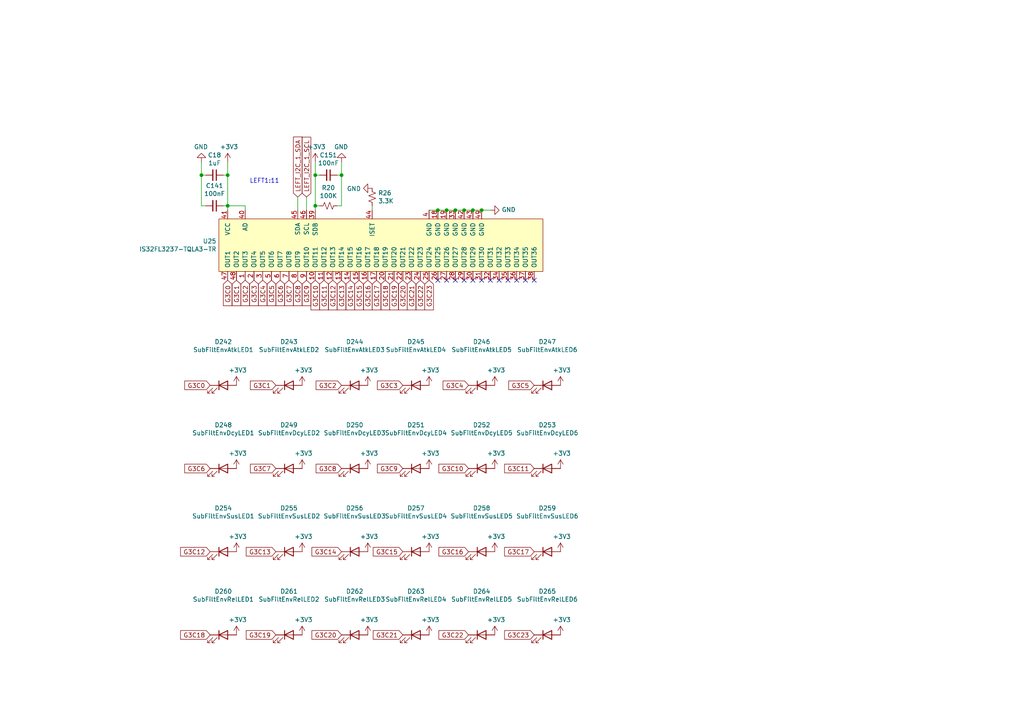
<source format=kicad_sch>
(kicad_sch (version 20210621) (generator eeschema)
  (paper "A4")
  (lib_symbols
    (symbol "Device:C_Small" (pin_numbers hide) (pin_names (offset 0.254) hide)
      (property "Reference" "C" (at 0.254 1.778 0))
      (property "Value" "C_Small" (at 0.254 -2.032 0))
      (symbol "C_Small_0_1"
        (polyline (pts (xy -1.524 -0.508) (xy 1.524 -0.508)) (stroke (width 0.3302)))
        (polyline (pts (xy -1.524 0.508) (xy 1.524 0.508)) (stroke (width 0.3048)))
      )
      (symbol "C_Small_1_1"
        (pin passive line (at 0 2.54 270) (length 2.032) (name "~") (number "1"))
        (pin passive line (at 0 -2.54 90) (length 2.032) (name "~") (number "2"))
      )
    )
    (symbol "Device:LED" (pin_numbers hide) (pin_names (offset 1.016) hide)
      (property "Reference" "D" (at 0 2.54 0))
      (property "Value" "LED" (at 0 -2.54 0))
      (symbol "LED_0_1"
        (polyline (pts (xy -1.27 -1.27) (xy -1.27 1.27)) (stroke (width 0.254)))
        (polyline (pts (xy -1.27 0) (xy 1.27 0)))
        (polyline (pts (xy 1.27 -1.27) (xy 1.27 1.27) (xy -1.27 0) (xy 1.27 -1.27)) (stroke (width 0.254)))
        (polyline (pts (xy -3.048 -0.762) (xy -4.572 -2.286) (xy -3.81 -2.286) (xy -4.572 -2.286) (xy -4.572 -1.524)))
        (polyline (pts (xy -1.778 -0.762) (xy -3.302 -2.286) (xy -2.54 -2.286) (xy -3.302 -2.286) (xy -3.302 -1.524)))
      )
      (symbol "LED_1_1"
        (pin passive line (at -3.81 0 0) (length 2.54) (name "K") (number "1"))
        (pin passive line (at 3.81 0 180) (length 2.54) (name "A") (number "2"))
      )
    )
    (symbol "Device:R_Small_US" (pin_numbers hide) (pin_names (offset 0.254) hide)
      (property "Reference" "R" (at 0.762 0.508 0))
      (property "Value" "R_Small_US" (at 0.762 -1.016 0))
      (symbol "R_Small_US_1_1"
        (polyline (pts (xy 0 0) (xy 1.016 -0.381) (xy 0 -0.762) (xy -1.016 -1.143) (xy 0 -1.524)))
        (polyline (pts (xy 0 1.524) (xy 1.016 1.143) (xy 0 0.762) (xy -1.016 0.381) (xy 0 0)))
        (pin passive line (at 0 2.54 270) (length 1.016) (name "~") (number "1"))
        (pin passive line (at 0 -2.54 90) (length 1.016) (name "~") (number "2"))
      )
    )
    (symbol "IS32FL3237:IS32FL3237-TQLA3-TR" (pin_names (offset 1.016))
      (property "Reference" "U" (at 0 0 0))
      (property "Value" "IS32FL3237-TQLA3-TR" (at 0 0 0))
      (symbol "IS32FL3237-TQLA3-TR_0_1"
        (rectangle (start -7.62 -2.54) (end 7.62 -96.52) (fill (type background)))
      )
      (symbol "IS32FL3237-TQLA3-TR_1_1"
        (pin output line (at 10.16 -10.16 180) (length 2.54) (name "OUT3") (number "1"))
        (pin output line (at 10.16 -30.48 180) (length 2.54) (name "OUT11") (number "10"))
        (pin output line (at 10.16 -33.02 180) (length 2.54) (name "OUT12") (number "11"))
        (pin output line (at 10.16 -35.56 180) (length 2.54) (name "OUT13") (number "12"))
        (pin output line (at 10.16 -38.1 180) (length 2.54) (name "OUT14") (number "13"))
        (pin output line (at 10.16 -40.64 180) (length 2.54) (name "OUT15") (number "14"))
        (pin output line (at 10.16 -43.18 180) (length 2.54) (name "OUT16") (number "15"))
        (pin output line (at 10.16 -45.72 180) (length 2.54) (name "OUT17") (number "16"))
        (pin output line (at 10.16 -48.26 180) (length 2.54) (name "OUT18") (number "17"))
        (pin power_in line (at -10.16 -66.04 0) (length 2.54) (name "GND") (number "18"))
        (pin power_in line (at -10.16 -68.58 0) (length 2.54) (name "GND") (number "19"))
        (pin output line (at 10.16 -12.7 180) (length 2.54) (name "OUT4") (number "2"))
        (pin output line (at 10.16 -50.8 180) (length 2.54) (name "OUT19") (number "20"))
        (pin output line (at 10.16 -53.34 180) (length 2.54) (name "OUT20") (number "21"))
        (pin output line (at 10.16 -55.88 180) (length 2.54) (name "OUT21") (number "22"))
        (pin output line (at 10.16 -58.42 180) (length 2.54) (name "OUT22") (number "23"))
        (pin output line (at 10.16 -60.96 180) (length 2.54) (name "OUT23") (number "24"))
        (pin output line (at 10.16 -63.5 180) (length 2.54) (name "OUT24") (number "25"))
        (pin output line (at 10.16 -66.04 180) (length 2.54) (name "OUT25") (number "26"))
        (pin output line (at 10.16 -68.58 180) (length 2.54) (name "OUT26") (number "27"))
        (pin output line (at 10.16 -71.12 180) (length 2.54) (name "OUT27") (number "28"))
        (pin output line (at 10.16 -73.66 180) (length 2.54) (name "OUT28") (number "29"))
        (pin output line (at 10.16 -15.24 180) (length 2.54) (name "OUT5") (number "3"))
        (pin output line (at 10.16 -76.2 180) (length 2.54) (name "OUT29") (number "30"))
        (pin output line (at 10.16 -78.74 180) (length 2.54) (name "OUT30") (number "31"))
        (pin output line (at 10.16 -81.28 180) (length 2.54) (name "OUT31") (number "32"))
        (pin power_in line (at -10.16 -71.12 0) (length 2.54) (name "GND") (number "33"))
        (pin output line (at 10.16 -83.82 180) (length 2.54) (name "OUT32") (number "34"))
        (pin output line (at 10.16 -86.36 180) (length 2.54) (name "OUT33") (number "35"))
        (pin output line (at 10.16 -88.9 180) (length 2.54) (name "OUT34") (number "36"))
        (pin output line (at 10.16 -91.44 180) (length 2.54) (name "OUT35") (number "37"))
        (pin output line (at 10.16 -93.98 180) (length 2.54) (name "OUT36") (number "38"))
        (pin input line (at -10.16 -30.48 0) (length 2.54) (name "SDB") (number "39"))
        (pin power_in line (at -10.16 -63.5 0) (length 2.54) (name "GND") (number "4"))
        (pin input line (at -10.16 -10.16 0) (length 2.54) (name "AD") (number "40"))
        (pin power_in line (at -10.16 -5.08 0) (length 2.54) (name "VCC") (number "41"))
        (pin power_in line (at -10.16 -73.66 0) (length 2.54) (name "GND") (number "42"))
        (pin power_in line (at -10.16 -76.2 0) (length 2.54) (name "GND") (number "43"))
        (pin input line (at -10.16 -46.99 0) (length 2.54) (name "ISET") (number "44"))
        (pin input line (at -10.16 -25.4 0) (length 2.54) (name "SDA") (number "45"))
        (pin input line (at -10.16 -27.94 0) (length 2.54) (name "SCL") (number "46"))
        (pin output line (at 10.16 -5.08 180) (length 2.54) (name "OUT1") (number "47"))
        (pin output line (at 10.16 -7.62 180) (length 2.54) (name "OUT2") (number "48"))
        (pin power_in line (at -10.16 -78.74 0) (length 2.54) (name "GND") (number "49"))
        (pin output line (at 10.16 -17.78 180) (length 2.54) (name "OUT6") (number "5"))
        (pin output line (at 10.16 -20.32 180) (length 2.54) (name "OUT7") (number "6"))
        (pin output line (at 10.16 -22.86 180) (length 2.54) (name "OUT8") (number "7"))
        (pin output line (at 10.16 -25.4 180) (length 2.54) (name "OUT9") (number "8"))
        (pin output line (at 10.16 -27.94 180) (length 2.54) (name "OUT10") (number "9"))
      )
    )
    (symbol "power:+3.3V" (power) (pin_names (offset 0))
      (property "Value" "+3.3V" (at 0 3.556 0))
      (symbol "+3.3V_0_1"
        (polyline (pts (xy -0.762 1.27) (xy 0 2.54)))
        (polyline (pts (xy 0 0) (xy 0 2.54)))
        (polyline (pts (xy 0 2.54) (xy 0.762 1.27)))
      )
      (symbol "+3.3V_1_1"
        (pin power_in line (at 0 0 90) (length 0) hide (name "+3V3") (number "1"))
      )
    )
    (symbol "power:GND" (power) (pin_names (offset 0))
      (property "Value" "GND" (at 0 -3.81 0))
      (symbol "GND_0_1"
        (polyline (pts (xy 0 0) (xy 0 -1.27) (xy 1.27 -1.27) (xy 0 -2.54) (xy -1.27 -1.27) (xy 0 -1.27)))
      )
      (symbol "GND_1_1"
        (pin power_in line (at 0 0 270) (length 0) hide (name "GND") (number "1"))
      )
    )
  )
  (junction (at 58.42 50.8))
  (junction (at 66.04 50.8))
  (junction (at 66.04 59.69))
  (junction (at 91.44 50.8))
  (junction (at 91.44 59.69))
  (junction (at 99.06 50.8))
  (junction (at 127 60.96))
  (junction (at 129.54 60.96))
  (junction (at 132.08 60.96))
  (junction (at 134.62 60.96))
  (junction (at 137.16 60.96))
  (junction (at 139.7 60.96))
  (no_connect (at 127 81.28))
  (no_connect (at 129.54 81.28))
  (no_connect (at 132.08 81.28))
  (no_connect (at 134.62 81.28))
  (no_connect (at 137.16 81.28))
  (no_connect (at 139.7 81.28))
  (no_connect (at 142.24 81.28))
  (no_connect (at 144.78 81.28))
  (no_connect (at 147.32 81.28))
  (no_connect (at 149.86 81.28))
  (no_connect (at 152.4 81.28))
  (no_connect (at 154.94 81.28))
  (wire (pts (xy 58.42 46.99) (xy 58.42 50.8)))
  (wire (pts (xy 58.42 50.8) (xy 58.42 59.69)))
  (wire (pts (xy 58.42 59.69) (xy 59.69 59.69)))
  (wire (pts (xy 59.69 50.8) (xy 58.42 50.8)))
  (wire (pts (xy 64.77 50.8) (xy 66.04 50.8)))
  (wire (pts (xy 64.77 59.69) (xy 66.04 59.69)))
  (wire (pts (xy 66.04 46.99) (xy 66.04 50.8)))
  (wire (pts (xy 66.04 50.8) (xy 66.04 59.69)))
  (wire (pts (xy 66.04 59.69) (xy 66.04 60.96)))
  (wire (pts (xy 71.12 59.69) (xy 66.04 59.69)))
  (wire (pts (xy 71.12 60.96) (xy 71.12 59.69)))
  (wire (pts (xy 86.36 57.15) (xy 86.36 60.96)))
  (wire (pts (xy 88.9 57.15) (xy 88.9 60.96)))
  (wire (pts (xy 91.44 46.99) (xy 91.44 50.8)))
  (wire (pts (xy 91.44 50.8) (xy 91.44 59.69)))
  (wire (pts (xy 91.44 59.69) (xy 91.44 60.96)))
  (wire (pts (xy 92.71 50.8) (xy 91.44 50.8)))
  (wire (pts (xy 92.71 59.69) (xy 91.44 59.69)))
  (wire (pts (xy 97.79 50.8) (xy 99.06 50.8)))
  (wire (pts (xy 99.06 46.99) (xy 99.06 50.8)))
  (wire (pts (xy 99.06 50.8) (xy 99.06 59.69)))
  (wire (pts (xy 99.06 59.69) (xy 97.79 59.69)))
  (wire (pts (xy 107.95 59.69) (xy 107.95 60.96)))
  (wire (pts (xy 127 60.96) (xy 124.46 60.96)))
  (wire (pts (xy 129.54 60.96) (xy 127 60.96)))
  (wire (pts (xy 132.08 60.96) (xy 129.54 60.96)))
  (wire (pts (xy 134.62 60.96) (xy 132.08 60.96)))
  (wire (pts (xy 137.16 60.96) (xy 134.62 60.96)))
  (wire (pts (xy 139.7 60.96) (xy 137.16 60.96)))
  (wire (pts (xy 142.24 60.96) (xy 139.7 60.96)))
  (text "LEFT1:11" (at 72.39 53.34 0) (effects (font (size 1.27 1.27)) (justify left bottom)))
  (global_label "G3C0" (shape input) (at 60.96 111.76 180) (property "Intersheet References" "${INTERSHEET_REFS}" (effects hide)))
  (global_label "G3C6" (shape input) (at 60.96 135.89 180) (property "Intersheet References" "${INTERSHEET_REFS}" (effects hide)))
  (global_label "G3C12" (shape input) (at 60.96 160.02 180) (property "Intersheet References" "${INTERSHEET_REFS}" (effects hide)))
  (global_label "G3C18" (shape input) (at 60.96 184.15 180) (property "Intersheet References" "${INTERSHEET_REFS}" (effects hide)))
  (global_label "G3C0" (shape input) (at 66.04 81.28 270) (property "Intersheet References" "${INTERSHEET_REFS}" (effects hide)))
  (global_label "G3C1" (shape input) (at 68.58 81.28 270) (property "Intersheet References" "${INTERSHEET_REFS}" (effects hide)))
  (global_label "G3C2" (shape input) (at 71.12 81.28 270) (property "Intersheet References" "${INTERSHEET_REFS}" (effects hide)))
  (global_label "G3C3" (shape input) (at 73.66 81.28 270) (property "Intersheet References" "${INTERSHEET_REFS}" (effects hide)))
  (global_label "G3C4" (shape input) (at 76.2 81.28 270) (property "Intersheet References" "${INTERSHEET_REFS}" (effects hide)))
  (global_label "G3C5" (shape input) (at 78.74 81.28 270) (property "Intersheet References" "${INTERSHEET_REFS}" (effects hide)))
  (global_label "G3C1" (shape input) (at 80.01 111.76 180) (property "Intersheet References" "${INTERSHEET_REFS}" (effects hide)))
  (global_label "G3C7" (shape input) (at 80.01 135.89 180) (property "Intersheet References" "${INTERSHEET_REFS}" (effects hide)))
  (global_label "G3C13" (shape input) (at 80.01 160.02 180) (property "Intersheet References" "${INTERSHEET_REFS}" (effects hide)))
  (global_label "G3C19" (shape input) (at 80.01 184.15 180) (property "Intersheet References" "${INTERSHEET_REFS}" (effects hide)))
  (global_label "G3C6" (shape input) (at 81.28 81.28 270) (property "Intersheet References" "${INTERSHEET_REFS}" (effects hide)))
  (global_label "G3C7" (shape input) (at 83.82 81.28 270) (property "Intersheet References" "${INTERSHEET_REFS}" (effects hide)))
  (global_label "LEFT_I2C_1_SDA" (shape input) (at 86.36 57.15 90) (property "Intersheet References" "${INTERSHEET_REFS}" (effects hide)))
  (global_label "G3C8" (shape input) (at 86.36 81.28 270) (property "Intersheet References" "${INTERSHEET_REFS}" (effects hide)))
  (global_label "LEFT_I2C_1_SCL" (shape input) (at 88.9 57.15 90) (property "Intersheet References" "${INTERSHEET_REFS}" (effects hide)))
  (global_label "G3C9" (shape input) (at 88.9 81.28 270) (property "Intersheet References" "${INTERSHEET_REFS}" (effects hide)))
  (global_label "G3C10" (shape input) (at 91.44 81.28 270) (property "Intersheet References" "${INTERSHEET_REFS}" (effects hide)))
  (global_label "G3C11" (shape input) (at 93.98 81.28 270) (property "Intersheet References" "${INTERSHEET_REFS}" (effects hide)))
  (global_label "G3C12" (shape input) (at 96.52 81.28 270) (property "Intersheet References" "${INTERSHEET_REFS}" (effects hide)))
  (global_label "G3C13" (shape input) (at 99.06 81.28 270) (property "Intersheet References" "${INTERSHEET_REFS}" (effects hide)))
  (global_label "G3C2" (shape input) (at 99.06 111.76 180) (property "Intersheet References" "${INTERSHEET_REFS}" (effects hide)))
  (global_label "G3C8" (shape input) (at 99.06 135.89 180) (property "Intersheet References" "${INTERSHEET_REFS}" (effects hide)))
  (global_label "G3C14" (shape input) (at 99.06 160.02 180) (property "Intersheet References" "${INTERSHEET_REFS}" (effects hide)))
  (global_label "G3C20" (shape input) (at 99.06 184.15 180) (property "Intersheet References" "${INTERSHEET_REFS}" (effects hide)))
  (global_label "G3C14" (shape input) (at 101.6 81.28 270) (property "Intersheet References" "${INTERSHEET_REFS}" (effects hide)))
  (global_label "G3C15" (shape input) (at 104.14 81.28 270) (property "Intersheet References" "${INTERSHEET_REFS}" (effects hide)))
  (global_label "G3C16" (shape input) (at 106.68 81.28 270) (property "Intersheet References" "${INTERSHEET_REFS}" (effects hide)))
  (global_label "G3C17" (shape input) (at 109.22 81.28 270) (property "Intersheet References" "${INTERSHEET_REFS}" (effects hide)))
  (global_label "G3C18" (shape input) (at 111.76 81.28 270) (property "Intersheet References" "${INTERSHEET_REFS}" (effects hide)))
  (global_label "G3C19" (shape input) (at 114.3 81.28 270) (property "Intersheet References" "${INTERSHEET_REFS}" (effects hide)))
  (global_label "G3C20" (shape input) (at 116.84 81.28 270) (property "Intersheet References" "${INTERSHEET_REFS}" (effects hide)))
  (global_label "G3C3" (shape input) (at 116.84 111.76 180) (property "Intersheet References" "${INTERSHEET_REFS}" (effects hide)))
  (global_label "G3C9" (shape input) (at 116.84 135.89 180) (property "Intersheet References" "${INTERSHEET_REFS}" (effects hide)))
  (global_label "G3C15" (shape input) (at 116.84 160.02 180) (property "Intersheet References" "${INTERSHEET_REFS}" (effects hide)))
  (global_label "G3C21" (shape input) (at 116.84 184.15 180) (property "Intersheet References" "${INTERSHEET_REFS}" (effects hide)))
  (global_label "G3C21" (shape input) (at 119.38 81.28 270) (property "Intersheet References" "${INTERSHEET_REFS}" (effects hide)))
  (global_label "G3C22" (shape input) (at 121.92 81.28 270) (property "Intersheet References" "${INTERSHEET_REFS}" (effects hide)))
  (global_label "G3C23" (shape input) (at 124.46 81.28 270) (property "Intersheet References" "${INTERSHEET_REFS}" (effects hide)))
  (global_label "G3C4" (shape input) (at 135.89 111.76 180) (property "Intersheet References" "${INTERSHEET_REFS}" (effects hide)))
  (global_label "G3C10" (shape input) (at 135.89 135.89 180) (property "Intersheet References" "${INTERSHEET_REFS}" (effects hide)))
  (global_label "G3C16" (shape input) (at 135.89 160.02 180) (property "Intersheet References" "${INTERSHEET_REFS}" (effects hide)))
  (global_label "G3C22" (shape input) (at 135.89 184.15 180) (property "Intersheet References" "${INTERSHEET_REFS}" (effects hide)))
  (global_label "G3C5" (shape input) (at 154.94 111.76 180) (property "Intersheet References" "${INTERSHEET_REFS}" (effects hide)))
  (global_label "G3C11" (shape input) (at 154.94 135.89 180) (property "Intersheet References" "${INTERSHEET_REFS}" (effects hide)))
  (global_label "G3C17" (shape input) (at 154.94 160.02 180) (property "Intersheet References" "${INTERSHEET_REFS}" (effects hide)))
  (global_label "G3C23" (shape input) (at 154.94 184.15 180) (property "Intersheet References" "${INTERSHEET_REFS}" (effects hide)))
  (symbol (lib_id "power:+3.3V") (at 66.04 46.99 0) (unit 1)
    (property "Reference" "#PWR065" (effects hide))
    (property "Value" "+3.3V" (at 66.421 42.5958 0))
  )
  (symbol (lib_id "power:+3.3V") (at 68.58 111.76 0) (unit 1)
    (property "Reference" "#PWR0829" (effects hide))
    (property "Value" "+3.3V" (at 68.961 107.3658 0))
  )
  (symbol (lib_id "power:+3.3V") (at 68.58 135.89 0) (unit 1)
    (property "Reference" "#PWR0835" (effects hide))
    (property "Value" "+3.3V" (at 68.961 131.4958 0))
  )
  (symbol (lib_id "power:+3.3V") (at 68.58 160.02 0) (unit 1)
    (property "Reference" "#PWR0841" (effects hide))
    (property "Value" "+3.3V" (at 68.961 155.6258 0))
  )
  (symbol (lib_id "power:+3.3V") (at 68.58 184.15 0) (unit 1)
    (property "Reference" "#PWR0847" (effects hide))
    (property "Value" "+3.3V" (at 68.961 179.7558 0))
  )
  (symbol (lib_id "power:+3.3V") (at 87.63 111.76 0) (unit 1)
    (property "Reference" "#PWR0830" (effects hide))
    (property "Value" "+3.3V" (at 88.011 107.3658 0))
  )
  (symbol (lib_id "power:+3.3V") (at 87.63 135.89 0) (unit 1)
    (property "Reference" "#PWR0836" (effects hide))
    (property "Value" "+3.3V" (at 88.011 131.4958 0))
  )
  (symbol (lib_id "power:+3.3V") (at 87.63 160.02 0) (unit 1)
    (property "Reference" "#PWR0842" (effects hide))
    (property "Value" "+3.3V" (at 88.011 155.6258 0))
  )
  (symbol (lib_id "power:+3.3V") (at 87.63 184.15 0) (unit 1)
    (property "Reference" "#PWR0848" (effects hide))
    (property "Value" "+3.3V" (at 88.011 179.7558 0))
  )
  (symbol (lib_id "power:+3.3V") (at 91.44 46.99 0) (unit 1)
    (property "Reference" "#PWR079" (effects hide))
    (property "Value" "+3.3V" (at 91.821 42.5958 0))
  )
  (symbol (lib_id "power:+3.3V") (at 106.68 111.76 0) (unit 1)
    (property "Reference" "#PWR0831" (effects hide))
    (property "Value" "+3.3V" (at 107.061 107.3658 0))
  )
  (symbol (lib_id "power:+3.3V") (at 106.68 135.89 0) (unit 1)
    (property "Reference" "#PWR0837" (effects hide))
    (property "Value" "+3.3V" (at 107.061 131.4958 0))
  )
  (symbol (lib_id "power:+3.3V") (at 106.68 160.02 0) (unit 1)
    (property "Reference" "#PWR0843" (effects hide))
    (property "Value" "+3.3V" (at 107.061 155.6258 0))
  )
  (symbol (lib_id "power:+3.3V") (at 106.68 184.15 0) (unit 1)
    (property "Reference" "#PWR0849" (effects hide))
    (property "Value" "+3.3V" (at 107.061 179.7558 0))
  )
  (symbol (lib_id "power:+3.3V") (at 124.46 111.76 0) (unit 1)
    (property "Reference" "#PWR0832" (effects hide))
    (property "Value" "+3.3V" (at 124.841 107.3658 0))
  )
  (symbol (lib_id "power:+3.3V") (at 124.46 135.89 0) (unit 1)
    (property "Reference" "#PWR0838" (effects hide))
    (property "Value" "+3.3V" (at 124.841 131.4958 0))
  )
  (symbol (lib_id "power:+3.3V") (at 124.46 160.02 0) (unit 1)
    (property "Reference" "#PWR0844" (effects hide))
    (property "Value" "+3.3V" (at 124.841 155.6258 0))
  )
  (symbol (lib_id "power:+3.3V") (at 124.46 184.15 0) (unit 1)
    (property "Reference" "#PWR0850" (effects hide))
    (property "Value" "+3.3V" (at 124.841 179.7558 0))
  )
  (symbol (lib_id "power:+3.3V") (at 143.51 111.76 0) (unit 1)
    (property "Reference" "#PWR0833" (effects hide))
    (property "Value" "+3.3V" (at 143.891 107.3658 0))
  )
  (symbol (lib_id "power:+3.3V") (at 143.51 135.89 0) (unit 1)
    (property "Reference" "#PWR0839" (effects hide))
    (property "Value" "+3.3V" (at 143.891 131.4958 0))
  )
  (symbol (lib_id "power:+3.3V") (at 143.51 160.02 0) (unit 1)
    (property "Reference" "#PWR0845" (effects hide))
    (property "Value" "+3.3V" (at 143.891 155.6258 0))
  )
  (symbol (lib_id "power:+3.3V") (at 143.51 184.15 0) (unit 1)
    (property "Reference" "#PWR0851" (effects hide))
    (property "Value" "+3.3V" (at 143.891 179.7558 0))
  )
  (symbol (lib_id "power:+3.3V") (at 162.56 111.76 0) (unit 1)
    (property "Reference" "#PWR0834" (effects hide))
    (property "Value" "+3.3V" (at 162.941 107.3658 0))
  )
  (symbol (lib_id "power:+3.3V") (at 162.56 135.89 0) (unit 1)
    (property "Reference" "#PWR0840" (effects hide))
    (property "Value" "+3.3V" (at 162.941 131.4958 0))
  )
  (symbol (lib_id "power:+3.3V") (at 162.56 160.02 0) (unit 1)
    (property "Reference" "#PWR0846" (effects hide))
    (property "Value" "+3.3V" (at 162.941 155.6258 0))
  )
  (symbol (lib_id "power:+3.3V") (at 162.56 184.15 0) (unit 1)
    (property "Reference" "#PWR0852" (effects hide))
    (property "Value" "+3.3V" (at 162.941 179.7558 0))
  )
  (symbol (lib_id "power:GND") (at 58.42 46.99 180) (unit 1)
    (property "Reference" "#PWR047" (effects hide))
    (property "Value" "GND" (at 58.293 42.5958 0))
  )
  (symbol (lib_id "power:GND") (at 99.06 46.99 180) (unit 1)
    (property "Reference" "#PWR085" (effects hide))
    (property "Value" "GND" (at 98.933 42.5958 0))
  )
  (symbol (lib_id "power:GND") (at 107.95 54.61 270) (unit 1)
    (property "Reference" "#PWR0100" (effects hide))
    (property "Value" "GND" (at 104.6988 54.737 90) (effects (justify right)))
  )
  (symbol (lib_id "power:GND") (at 142.24 60.96 90) (unit 1)
    (property "Reference" "#PWR0393" (effects hide))
    (property "Value" "GND" (at 145.4912 60.833 90) (effects (justify right)))
  )
  (symbol (lib_id "Device:R_Small_US") (at 95.25 59.69 270) (unit 1)
    (property "Reference" "R20" (at 95.25 54.483 90))
    (property "Value" "100K" (at 95.25 56.7944 90))
    (property "Footprint" "Resistor_SMD:R_0402_1005Metric" (effects hide))
    (property "LCSC" " C25741" (effects hide))
  )
  (symbol (lib_id "Device:R_Small_US") (at 107.95 57.15 0) (unit 1)
    (property "Reference" "R26" (at 109.6772 55.9816 0) (effects (justify left)))
    (property "Value" "3.3K" (at 109.6772 58.293 0) (effects (justify left)))
    (property "Footprint" "Resistor_SMD:R_0402_1005Metric" (effects hide))
    (property "LCSC" "C25890" (effects hide))
  )
  (symbol (lib_id "Device:C_Small") (at 62.23 50.8 270) (unit 1)
    (property "Reference" "C18" (at 62.23 44.9834 90))
    (property "Value" "1uF" (at 62.23 47.2948 90))
    (property "Footprint" "Capacitor_SMD:C_0402_1005Metric" (effects hide))
    (property "LCSC" "C52923" (effects hide))
  )
  (symbol (lib_id "Device:C_Small") (at 62.23 59.69 270) (unit 1)
    (property "Reference" "C141" (at 62.23 53.8734 90))
    (property "Value" "100nF" (at 62.23 56.1848 90))
    (property "Footprint" "Capacitor_SMD:C_0402_1005Metric" (effects hide))
    (property "LCSC" "C1525" (effects hide))
  )
  (symbol (lib_id "Device:C_Small") (at 95.25 50.8 270) (unit 1)
    (property "Reference" "C151" (at 95.25 44.9834 90))
    (property "Value" "100nF" (at 95.25 47.2948 90))
    (property "Footprint" "Capacitor_SMD:C_0402_1005Metric" (effects hide))
    (property "LCSC" "C1525" (effects hide))
  )
  (symbol (lib_id "Device:LED") (at 64.77 111.76 0) (unit 1)
    (property "Reference" "D242" (at 64.77 99.1362 0))
    (property "Value" "SubFiltEnvAtkLED1" (at 64.77 101.4476 0))
    (property "Footprint" "LED_SMD:LED_0603_1608Metric" (effects hide))
    (property "LCSC" "C2286" (effects hide))
  )
  (symbol (lib_id "Device:LED") (at 64.77 135.89 0) (unit 1)
    (property "Reference" "D248" (at 64.77 123.2662 0))
    (property "Value" "SubFiltEnvDcyLED1" (at 64.77 125.5776 0))
    (property "Footprint" "LED_SMD:LED_0603_1608Metric" (effects hide))
    (property "LCSC" "C2286" (effects hide))
  )
  (symbol (lib_id "Device:LED") (at 64.77 160.02 0) (unit 1)
    (property "Reference" "D254" (at 64.77 147.3962 0))
    (property "Value" "SubFiltEnvSusLED1" (at 64.77 149.7076 0))
    (property "Footprint" "LED_SMD:LED_0603_1608Metric" (effects hide))
    (property "LCSC" "C2286" (effects hide))
  )
  (symbol (lib_id "Device:LED") (at 64.77 184.15 0) (unit 1)
    (property "Reference" "D260" (at 64.77 171.5262 0))
    (property "Value" "SubFiltEnvRelLED1" (at 64.77 173.8376 0))
    (property "Footprint" "LED_SMD:LED_0603_1608Metric" (effects hide))
    (property "LCSC" "C2286" (effects hide))
  )
  (symbol (lib_id "Device:LED") (at 83.82 111.76 0) (unit 1)
    (property "Reference" "D243" (at 83.82 99.1362 0))
    (property "Value" "SubFiltEnvAtkLED2" (at 83.82 101.4476 0))
    (property "Footprint" "LED_SMD:LED_0603_1608Metric" (effects hide))
    (property "LCSC" "C2286" (effects hide))
  )
  (symbol (lib_id "Device:LED") (at 83.82 135.89 0) (unit 1)
    (property "Reference" "D249" (at 83.82 123.2662 0))
    (property "Value" "SubFiltEnvDcyLED2" (at 83.82 125.5776 0))
    (property "Footprint" "LED_SMD:LED_0603_1608Metric" (effects hide))
    (property "LCSC" "C2286" (effects hide))
  )
  (symbol (lib_id "Device:LED") (at 83.82 160.02 0) (unit 1)
    (property "Reference" "D255" (at 83.82 147.3962 0))
    (property "Value" "SubFiltEnvSusLED2" (at 83.82 149.7076 0))
    (property "Footprint" "LED_SMD:LED_0603_1608Metric" (effects hide))
    (property "LCSC" "C2286" (effects hide))
  )
  (symbol (lib_id "Device:LED") (at 83.82 184.15 0) (unit 1)
    (property "Reference" "D261" (at 83.82 171.5262 0))
    (property "Value" "SubFiltEnvRelLED2" (at 83.82 173.8376 0))
    (property "Footprint" "LED_SMD:LED_0603_1608Metric" (effects hide))
    (property "LCSC" "C2286" (effects hide))
  )
  (symbol (lib_id "Device:LED") (at 102.87 111.76 0) (unit 1)
    (property "Reference" "D244" (at 102.87 99.1362 0))
    (property "Value" "SubFiltEnvAtkLED3" (at 102.87 101.4476 0))
    (property "Footprint" "LED_SMD:LED_0603_1608Metric" (effects hide))
    (property "LCSC" "C2286" (effects hide))
  )
  (symbol (lib_id "Device:LED") (at 102.87 135.89 0) (unit 1)
    (property "Reference" "D250" (at 102.87 123.2662 0))
    (property "Value" "SubFiltEnvDcyLED3" (at 102.87 125.5776 0))
    (property "Footprint" "LED_SMD:LED_0603_1608Metric" (effects hide))
    (property "LCSC" "C2286" (effects hide))
  )
  (symbol (lib_id "Device:LED") (at 102.87 160.02 0) (unit 1)
    (property "Reference" "D256" (at 102.87 147.3962 0))
    (property "Value" "SubFiltEnvSusLED3" (at 102.87 149.7076 0))
    (property "Footprint" "LED_SMD:LED_0603_1608Metric" (effects hide))
    (property "LCSC" "C2286" (effects hide))
  )
  (symbol (lib_id "Device:LED") (at 102.87 184.15 0) (unit 1)
    (property "Reference" "D262" (at 102.87 171.5262 0))
    (property "Value" "SubFiltEnvRelLED3" (at 102.87 173.8376 0))
    (property "Footprint" "LED_SMD:LED_0603_1608Metric" (effects hide))
    (property "LCSC" "C2286" (effects hide))
  )
  (symbol (lib_id "Device:LED") (at 120.65 111.76 0) (unit 1)
    (property "Reference" "D245" (at 120.65 99.1362 0))
    (property "Value" "SubFiltEnvAtkLED4" (at 120.65 101.4476 0))
    (property "Footprint" "LED_SMD:LED_0603_1608Metric" (effects hide))
    (property "LCSC" "C2286" (effects hide))
  )
  (symbol (lib_id "Device:LED") (at 120.65 135.89 0) (unit 1)
    (property "Reference" "D251" (at 120.65 123.2662 0))
    (property "Value" "SubFiltEnvDcyLED4" (at 120.65 125.5776 0))
    (property "Footprint" "LED_SMD:LED_0603_1608Metric" (effects hide))
    (property "LCSC" "C2286" (effects hide))
  )
  (symbol (lib_id "Device:LED") (at 120.65 160.02 0) (unit 1)
    (property "Reference" "D257" (at 120.65 147.3962 0))
    (property "Value" "SubFiltEnvSusLED4" (at 120.65 149.7076 0))
    (property "Footprint" "LED_SMD:LED_0603_1608Metric" (effects hide))
    (property "LCSC" "C2286" (effects hide))
  )
  (symbol (lib_id "Device:LED") (at 120.65 184.15 0) (unit 1)
    (property "Reference" "D263" (at 120.65 171.5262 0))
    (property "Value" "SubFiltEnvRelLED4" (at 120.65 173.8376 0))
    (property "Footprint" "LED_SMD:LED_0603_1608Metric" (effects hide))
    (property "LCSC" "C2286" (effects hide))
  )
  (symbol (lib_id "Device:LED") (at 139.7 111.76 0) (unit 1)
    (property "Reference" "D246" (at 139.7 99.1362 0))
    (property "Value" "SubFiltEnvAtkLED5" (at 139.7 101.4476 0))
    (property "Footprint" "LED_SMD:LED_0603_1608Metric" (effects hide))
    (property "LCSC" "C2286" (effects hide))
  )
  (symbol (lib_id "Device:LED") (at 139.7 135.89 0) (unit 1)
    (property "Reference" "D252" (at 139.7 123.2662 0))
    (property "Value" "SubFiltEnvDcyLED5" (at 139.7 125.5776 0))
    (property "Footprint" "LED_SMD:LED_0603_1608Metric" (effects hide))
    (property "LCSC" "C2286" (effects hide))
  )
  (symbol (lib_id "Device:LED") (at 139.7 160.02 0) (unit 1)
    (property "Reference" "D258" (at 139.7 147.3962 0))
    (property "Value" "SubFiltEnvSusLED5" (at 139.7 149.7076 0))
    (property "Footprint" "LED_SMD:LED_0603_1608Metric" (effects hide))
    (property "LCSC" "C2286" (effects hide))
  )
  (symbol (lib_id "Device:LED") (at 139.7 184.15 0) (unit 1)
    (property "Reference" "D264" (at 139.7 171.5262 0))
    (property "Value" "SubFiltEnvRelLED5" (at 139.7 173.8376 0))
    (property "Footprint" "LED_SMD:LED_0603_1608Metric" (effects hide))
    (property "LCSC" "C2286" (effects hide))
  )
  (symbol (lib_id "Device:LED") (at 158.75 111.76 0) (unit 1)
    (property "Reference" "D247" (at 158.75 99.1362 0))
    (property "Value" "SubFiltEnvAtkLED6" (at 158.75 101.4476 0))
    (property "Footprint" "LED_SMD:LED_0603_1608Metric" (effects hide))
    (property "LCSC" "C2286" (effects hide))
  )
  (symbol (lib_id "Device:LED") (at 158.75 135.89 0) (unit 1)
    (property "Reference" "D253" (at 158.75 123.2662 0))
    (property "Value" "SubFiltEnvDcyLED6" (at 158.75 125.5776 0))
    (property "Footprint" "LED_SMD:LED_0603_1608Metric" (effects hide))
    (property "LCSC" "C2286" (effects hide))
  )
  (symbol (lib_id "Device:LED") (at 158.75 160.02 0) (unit 1)
    (property "Reference" "D259" (at 158.75 147.3962 0))
    (property "Value" "SubFiltEnvSusLED6" (at 158.75 149.7076 0))
    (property "Footprint" "LED_SMD:LED_0603_1608Metric" (effects hide))
    (property "LCSC" "C2286" (effects hide))
  )
  (symbol (lib_id "Device:LED") (at 158.75 184.15 0) (unit 1)
    (property "Reference" "D265" (at 158.75 171.5262 0))
    (property "Value" "SubFiltEnvRelLED6" (at 158.75 173.8376 0))
    (property "Footprint" "LED_SMD:LED_0603_1608Metric" (effects hide))
    (property "LCSC" "C2286" (effects hide))
  )
  (symbol (lib_id "IS32FL3237:IS32FL3237-TQLA3-TR") (at 60.96 71.12 90) (mirror x) (unit 1)
    (property "Reference" "U25" (at 62.7888 69.9516 90) (effects (justify left)))
    (property "Value" "IS32FL3237-TQLA3-TR" (at 62.7888 72.263 90) (effects (justify left)))
    (property "Footprint" "Package_QFP:TQFP-48-1EP_7x7mm_P0.5mm_EP5x5mm" (effects hide))
  )
)
</source>
